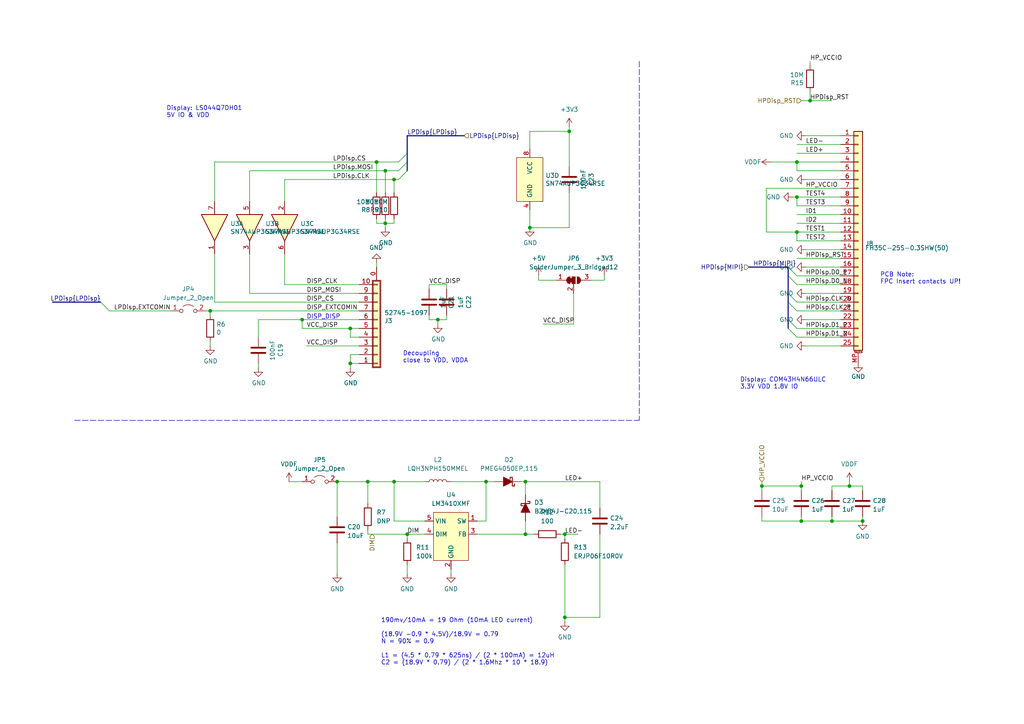
<source format=kicad_sch>
(kicad_sch (version 20211123) (generator eeschema)
  (paper "A4")
  (title_block (title "Display Interface") (date "2022-09-22") (rev "1.0"))
  (lib_symbols
    (symbol "Connector_Generic_MountingPin:Conn_01x25_MountingPin" (pin_names (offset 1.016) hide)
      (property "Reference" "J" (at 0 33.02 0))
      (property "Value" "Conn_01x25_MountingPin" (at 1.27 -33.02 0))
      (symbol "Conn_01x25_MountingPin_1_1"
        (rectangle (start -1.27 -30.353) (end 0 -30.607) (stroke (width 0.1524)))
        (rectangle (start -1.27 -27.813) (end 0 -28.067) (stroke (width 0.1524)))
        (rectangle (start -1.27 -25.273) (end 0 -25.527) (stroke (width 0.1524)))
        (rectangle (start -1.27 -22.733) (end 0 -22.987) (stroke (width 0.1524)))
        (rectangle (start -1.27 -20.193) (end 0 -20.447) (stroke (width 0.1524)))
        (rectangle (start -1.27 -17.653) (end 0 -17.907) (stroke (width 0.1524)))
        (rectangle (start -1.27 -15.113) (end 0 -15.367) (stroke (width 0.1524)))
        (rectangle (start -1.27 -12.573) (end 0 -12.827) (stroke (width 0.1524)))
        (rectangle (start -1.27 -10.033) (end 0 -10.287) (stroke (width 0.1524)))
        (rectangle (start -1.27 -7.493) (end 0 -7.747) (stroke (width 0.1524)))
        (rectangle (start -1.27 -4.953) (end 0 -5.207) (stroke (width 0.1524)))
        (rectangle (start -1.27 -2.413) (end 0 -2.667) (stroke (width 0.1524)))
        (rectangle (start -1.27 0.127) (end 0 -0.127) (stroke (width 0.1524)))
        (rectangle (start -1.27 2.667) (end 0 2.413) (stroke (width 0.1524)))
        (rectangle (start -1.27 5.207) (end 0 4.953) (stroke (width 0.1524)))
        (rectangle (start -1.27 7.747) (end 0 7.493) (stroke (width 0.1524)))
        (rectangle (start -1.27 10.287) (end 0 10.033) (stroke (width 0.1524)))
        (rectangle (start -1.27 12.827) (end 0 12.573) (stroke (width 0.1524)))
        (rectangle (start -1.27 15.367) (end 0 15.113) (stroke (width 0.1524)))
        (rectangle (start -1.27 17.907) (end 0 17.653) (stroke (width 0.1524)))
        (rectangle (start -1.27 20.447) (end 0 20.193) (stroke (width 0.1524)))
        (rectangle (start -1.27 22.987) (end 0 22.733) (stroke (width 0.1524)))
        (rectangle (start -1.27 25.527) (end 0 25.273) (stroke (width 0.1524)))
        (rectangle (start -1.27 28.067) (end 0 27.813) (stroke (width 0.1524)))
        (rectangle (start -1.27 30.607) (end 0 30.353) (stroke (width 0.1524)))
        (rectangle (start -1.27 31.75) (end 1.27 -31.75) (stroke (width 0.254)) (fill (type background)))
        (polyline (pts (xy -1.016 -32.512) (xy 1.016 -32.512)) (stroke (width 0.1524)))
        (text "Mounting" (at 0 -32.131 0) (effects (font (size 0.381 0.381))))
        (pin passive line (at -5.08 30.48 0) (length 3.81) (name "Pin_1") (number "1"))
        (pin passive line (at -5.08 7.62 0) (length 3.81) (name "Pin_10") (number "10"))
        (pin passive line (at -5.08 5.08 0) (length 3.81) (name "Pin_11") (number "11"))
        (pin passive line (at -5.08 2.54 0) (length 3.81) (name "Pin_12") (number "12"))
        (pin passive line (at -5.08 0 0) (length 3.81) (name "Pin_13") (number "13"))
        (pin passive line (at -5.08 -2.54 0) (length 3.81) (name "Pin_14") (number "14"))
        (pin passive line (at -5.08 -5.08 0) (length 3.81) (name "Pin_15") (number "15"))
        (pin passive line (at -5.08 -7.62 0) (length 3.81) (name "Pin_16") (number "16"))
        (pin passive line (at -5.08 -10.16 0) (length 3.81) (name "Pin_17") (number "17"))
        (pin passive line (at -5.08 -12.7 0) (length 3.81) (name "Pin_18") (number "18"))
        (pin passive line (at -5.08 -15.24 0) (length 3.81) (name "Pin_19") (number "19"))
        (pin passive line (at -5.08 27.94 0) (length 3.81) (name "Pin_2") (number "2"))
        (pin passive line (at -5.08 -17.78 0) (length 3.81) (name "Pin_20") (number "20"))
        (pin passive line (at -5.08 -20.32 0) (length 3.81) (name "Pin_21") (number "21"))
        (pin passive line (at -5.08 -22.86 0) (length 3.81) (name "Pin_22") (number "22"))
        (pin passive line (at -5.08 -25.4 0) (length 3.81) (name "Pin_23") (number "23"))
        (pin passive line (at -5.08 -27.94 0) (length 3.81) (name "Pin_24") (number "24"))
        (pin passive line (at -5.08 -30.48 0) (length 3.81) (name "Pin_25") (number "25"))
        (pin passive line (at -5.08 25.4 0) (length 3.81) (name "Pin_3") (number "3"))
        (pin passive line (at -5.08 22.86 0) (length 3.81) (name "Pin_4") (number "4"))
        (pin passive line (at -5.08 20.32 0) (length 3.81) (name "Pin_5") (number "5"))
        (pin passive line (at -5.08 17.78 0) (length 3.81) (name "Pin_6") (number "6"))
        (pin passive line (at -5.08 15.24 0) (length 3.81) (name "Pin_7") (number "7"))
        (pin passive line (at -5.08 12.7 0) (length 3.81) (name "Pin_8") (number "8"))
        (pin passive line (at -5.08 10.16 0) (length 3.81) (name "Pin_9") (number "9"))
        (pin passive line (at 0 -35.56 90) (length 3.048) (name "MountPin") (number "MP"))
      )
    )
    (symbol "Device:C" (pin_numbers hide) (pin_names (offset 0.254))
      (property "Reference" "C" (at 0.635 2.54 0))
      (property "Value" "C" (at 0.635 -2.54 0))
      (symbol "C_0_1"
        (polyline (pts (xy -2.032 -0.762) (xy 2.032 -0.762)) (stroke (width 0.508)))
        (polyline (pts (xy -2.032 0.762) (xy 2.032 0.762)) (stroke (width 0.508)))
      )
      (symbol "C_1_1"
        (pin passive line (at 0 3.81 270) (length 2.794) (name "~") (number "1"))
        (pin passive line (at 0 -3.81 90) (length 2.794) (name "~") (number "2"))
      )
    )
    (symbol "Device:D_Schottky_Filled" (pin_numbers hide) (pin_names (offset 1.016) hide)
      (property "Reference" "D" (at 0 2.54 0))
      (property "Value" "D_Schottky_Filled" (at 0 -2.54 0))
      (symbol "D_Schottky_Filled_0_1"
        (polyline (pts (xy 1.27 0) (xy -1.27 0)))
        (polyline (pts (xy 1.27 1.27) (xy 1.27 -1.27) (xy -1.27 0) (xy 1.27 1.27)) (stroke (width 0.254)) (fill (type outline)))
        (polyline (pts (xy -1.905 0.635) (xy -1.905 1.27) (xy -1.27 1.27) (xy -1.27 -1.27) (xy -0.635 -1.27) (xy -0.635 -0.635)) (stroke (width 0.254)))
      )
      (symbol "D_Schottky_Filled_1_1"
        (pin passive line (at -3.81 0 0) (length 2.54) (name "K") (number "1"))
        (pin passive line (at 3.81 0 180) (length 2.54) (name "A") (number "2"))
      )
    )
    (symbol "Device:L" (pin_numbers hide) (pin_names (offset 1.016) hide)
      (property "Reference" "L" (at -1.27 0 90))
      (property "Value" "L" (at 1.905 0 90))
      (symbol "L_0_1"
        (arc (start 0 -2.54) (mid 0.635 -1.905) (end 0 -1.27))
        (arc (start 0 -1.27) (mid 0.635 -0.635) (end 0 0))
        (arc (start 0 0) (mid 0.635 0.635) (end 0 1.27))
        (arc (start 0 1.27) (mid 0.635 1.905) (end 0 2.54))
      )
      (symbol "L_1_1"
        (pin passive line (at 0 3.81 270) (length 1.27) (name "1") (number "1"))
        (pin passive line (at 0 -3.81 90) (length 1.27) (name "2") (number "2"))
      )
    )
    (symbol "Device:R" (pin_numbers hide) (pin_names (offset 0))
      (property "Reference" "R" (at 2.032 0 90))
      (property "Value" "R" (at 0 0 90))
      (symbol "R_0_1"
        (rectangle (start -1.016 -2.54) (end 1.016 2.54) (stroke (width 0.254)))
      )
      (symbol "R_1_1"
        (pin passive line (at 0 3.81 270) (length 1.27) (name "~") (number "1"))
        (pin passive line (at 0 -3.81 90) (length 1.27) (name "~") (number "2"))
      )
    )
    (symbol "Jumper:Jumper_2_Open" (pin_names (offset 0) hide)
      (property "Reference" "JP" (at 0 2.794 0))
      (property "Value" "Jumper_2_Open" (at 0 -2.286 0))
      (symbol "Jumper_2_Open_0_0"
        (circle (center -2.032 0) (radius 0.508))
        (circle (center 2.032 0) (radius 0.508))
      )
      (symbol "Jumper_2_Open_0_1"
        (arc (start 1.524 1.27) (mid 0 1.778) (end -1.524 1.27))
      )
      (symbol "Jumper_2_Open_1_1"
        (pin passive line (at -5.08 0 0) (length 2.54) (name "A") (number "1"))
        (pin passive line (at 5.08 0 180) (length 2.54) (name "B") (number "2"))
      )
    )
    (symbol "Jumper:SolderJumper_3_Bridged12" (pin_names (offset 0) hide)
      (property "Reference" "JP" (at -2.54 -2.54 0))
      (property "Value" "SolderJumper_3_Bridged12" (at 0 2.794 0))
      (symbol "SolderJumper_3_Bridged12_0_1"
        (rectangle (start -1.016 0.508) (end -0.508 -0.508) (fill (type outline)))
        (arc (start -1.016 1.016) (mid -2.032 0) (end -1.016 -1.016))
        (arc (start -1.016 1.016) (mid -2.032 0) (end -1.016 -1.016) (fill (type outline)))
        (rectangle (start -0.508 1.016) (end 0.508 -1.016) (fill (type outline)))
        (polyline (pts (xy -2.54 0) (xy -2.032 0)))
        (polyline (pts (xy -1.016 1.016) (xy -1.016 -1.016)))
        (polyline (pts (xy 0 -1.27) (xy 0 -1.016)))
        (polyline (pts (xy 1.016 1.016) (xy 1.016 -1.016)))
        (polyline (pts (xy 2.54 0) (xy 2.032 0)))
        (arc (start 1.016 -1.016) (mid 2.032 0) (end 1.016 1.016))
        (arc (start 1.016 -1.016) (mid 2.032 0) (end 1.016 1.016) (fill (type outline)))
      )
      (symbol "SolderJumper_3_Bridged12_1_1"
        (pin passive line (at -5.08 0 0) (length 2.54) (name "A") (number "1"))
        (pin passive line (at 0 -3.81 90) (length 2.54) (name "C") (number "2"))
        (pin passive line (at 5.08 0 180) (length 2.54) (name "B") (number "3"))
      )
    )
    (symbol "jaspers_lib:52745-1097" (pin_names (offset 1.016) hide)
      (property "Reference" "J" (at 0.254 12.446 0))
      (property "Value" "52745-1097" (at 1.016 -14.986 0))
      (symbol "52745-1097_1_1"
        (rectangle (start -1.27 11.43) (end 1.27 -13.97) (stroke (width 0.1524)))
        (rectangle (start -1.016 -12.573) (end 0.254 -12.827) (stroke (width 0.1524)))
        (rectangle (start -1.016 -10.033) (end 0.254 -10.287) (stroke (width 0.1524)))
        (rectangle (start -1.016 -7.493) (end 0.254 -7.747) (stroke (width 0.1524)))
        (rectangle (start -1.016 -4.953) (end 0.254 -5.207) (stroke (width 0.1524)))
        (rectangle (start -1.016 -2.413) (end 0.254 -2.667) (stroke (width 0.1524)))
        (rectangle (start -1.016 0.127) (end 0.254 -0.127) (stroke (width 0.1524)))
        (rectangle (start -1.016 2.667) (end 0.254 2.413) (stroke (width 0.1524)))
        (rectangle (start -1.016 5.207) (end 0.254 4.953) (stroke (width 0.1524)))
        (rectangle (start -1.016 7.747) (end 0.254 7.493) (stroke (width 0.1524)))
        (rectangle (start -1.016 10.287) (end 0.254 10.033) (stroke (width 0.1524)))
        (rectangle (start -1.016 11.176) (end 1.016 -13.716) (stroke (width 0.254)) (fill (type background)))
        (pin passive line (at 0 -17.78 90) (length 3.81) (name "Shield") (number "0"))
        (pin passive line (at -5.08 10.16 0) (length 4.064) (name "Pin_1") (number "1"))
        (pin passive line (at -5.08 -12.7 0) (length 4.064) (name "Pin_10") (number "10"))
        (pin passive line (at -5.08 7.62 0) (length 4.064) (name "Pin_2") (number "2"))
        (pin passive line (at -5.08 5.08 0) (length 4.064) (name "Pin_3") (number "3"))
        (pin passive line (at -5.08 2.54 0) (length 4.064) (name "Pin_4") (number "4"))
        (pin passive line (at -5.08 0 0) (length 4.064) (name "Pin_5") (number "5"))
        (pin passive line (at -5.08 -2.54 0) (length 4.064) (name "Pin_6") (number "6"))
        (pin passive line (at -5.08 -5.08 0) (length 4.064) (name "Pin_7") (number "7"))
        (pin passive line (at -5.08 -7.62 0) (length 4.064) (name "Pin_8") (number "8"))
        (pin passive line (at -5.08 -10.16 0) (length 4.064) (name "Pin_9") (number "9"))
      )
    )
    (symbol "jaspers_lib:LM3410XMF"
      (property "Reference" "U" (at -5.08 12.7 0))
      (property "Value" "LM3410XMF" (at 0 10.16 0))
      (symbol "LM3410XMF_0_1"
        (rectangle (start -5.08 8.89) (end 5.08 -5.08) (fill (type background)))
      )
      (symbol "LM3410XMF_1_1"
        (pin passive line (at 7.62 6.35 180) (length 2.54) (name "SW") (number "1"))
        (pin power_in line (at 0 -7.62 90) (length 2.54) (name "GND") (number "2"))
        (pin passive line (at 7.62 2.54 180) (length 2.54) (name "FB") (number "3"))
        (pin input line (at -7.62 2.54 0) (length 2.54) (name "DIM") (number "4"))
        (pin power_in line (at -7.62 6.35 0) (length 2.54) (name "VIN") (number "5"))
      )
    )
    (symbol "jaspers_lib:SN74AUP3G34RSE" (pin_names (offset 1.016))
      (property "Reference" "U" (at -6.35 7.62 0))
      (property "Value" "SN74AUP3G34RSE" (at 11.43 -7.62 0))
      (symbol "SN74AUP3G34RSE_1_0"
        (polyline (pts (xy -3.81 3.81) (xy -3.81 -3.81) (xy 3.81 0) (xy -3.81 3.81)) (stroke (width 0.254)) (fill (type background)))
        (pin output line (at 7.62 0 180) (length 3.81) (name "~") (number "1"))
        (pin input line (at -7.62 0 0) (length 3.81) (name "~") (number "7"))
      )
      (symbol "SN74AUP3G34RSE_2_0"
        (polyline (pts (xy -3.81 3.81) (xy -3.81 -3.81) (xy 3.81 0) (xy -3.81 3.81)) (stroke (width 0.254)) (fill (type background)))
        (pin output line (at 7.62 0 180) (length 3.81) (name "~") (number "3"))
        (pin input line (at -7.62 0 0) (length 3.81) (name "~") (number "5"))
      )
      (symbol "SN74AUP3G34RSE_3_1"
        (polyline (pts (xy -3.81 3.81) (xy -3.81 -3.81) (xy 3.81 0) (xy -3.81 3.81)) (stroke (width 0.254)) (fill (type background)))
        (pin input line (at -7.62 0 0) (length 3.81) (name "~") (number "2"))
        (pin output line (at 7.62 0 180) (length 3.81) (name "~") (number "6"))
      )
      (symbol "SN74AUP3G34RSE_4_1"
        (rectangle (start -3.81 6.35) (end 3.81 -6.35) (fill (type background)))
        (pin power_in line (at 0 -8.89 90) (length 2.54) (name "GND") (number "4"))
        (pin power_in line (at 0 8.89 270) (length 2.54) (name "VCC") (number "8"))
      )
    )
    (symbol "power:+3V3" (power) (pin_names (offset 0))
      (property "Value" "+3V3" (at 0 3.556 0))
      (symbol "+3V3_0_1"
        (polyline (pts (xy -0.762 1.27) (xy 0 2.54)))
        (polyline (pts (xy 0 0) (xy 0 2.54)))
        (polyline (pts (xy 0 2.54) (xy 0.762 1.27)))
      )
      (symbol "+3V3_1_1"
        (pin power_in line (at 0 0 90) (length 0) hide (name "+3V3") (number "1"))
      )
    )
    (symbol "power:+5V" (power) (pin_names (offset 0))
      (property "Value" "+5V" (at 0 3.556 0))
      (symbol "+5V_0_1"
        (polyline (pts (xy -0.762 1.27) (xy 0 2.54)))
        (polyline (pts (xy 0 0) (xy 0 2.54)))
        (polyline (pts (xy 0 2.54) (xy 0.762 1.27)))
      )
      (symbol "+5V_1_1"
        (pin power_in line (at 0 0 90) (length 0) hide (name "+5V") (number "1"))
      )
    )
    (symbol "power:GND" (power) (pin_names (offset 0))
      (property "Value" "GND" (at 0 -3.81 0))
      (symbol "GND_0_1"
        (polyline (pts (xy 0 0) (xy 0 -1.27) (xy 1.27 -1.27) (xy 0 -2.54) (xy -1.27 -1.27) (xy 0 -1.27)))
      )
      (symbol "GND_1_1"
        (pin power_in line (at 0 0 270) (length 0) hide (name "GND") (number "1"))
      )
    )
    (symbol "power:VDDF" (power) (pin_names (offset 0))
      (property "Value" "VDDF" (at 0 3.81 0))
      (symbol "VDDF_0_1"
        (polyline (pts (xy -0.762 1.27) (xy 0 2.54)))
        (polyline (pts (xy 0 0) (xy 0 2.54)))
        (polyline (pts (xy 0 2.54) (xy 0.762 1.27)))
      )
      (symbol "VDDF_1_1"
        (pin power_in line (at 0 0 90) (length 0) hide (name "VDDF") (number "1"))
      )
    )
  )
  (bus_alias "LPDisp" (members "CLK" "CS" "MOSI" "EXTCOMIN"))
  (bus_alias "MIPI" (members "D1_P" "D1_N" "D0_P" "D0_N" "CLK_P" "CLK_N"))
  (junction (at 118.11 154.94))
  (junction (at 163.83 179.07))
  (junction (at 152.4 154.94))
  (junction (at 231.14 67.31))
  (junction (at 231.14 57.15))
  (junction (at 127 92.71))
  (junction (at 140.97 139.7))
  (junction (at 232.41 151.13))
  (junction (at 101.6 95.25))
  (junction (at 231.14 46.99))
  (junction (at 87.63 92.71))
  (junction (at 165.1 38.1))
  (junction (at 232.41 140.97))
  (junction (at 246.38 140.97))
  (junction (at 250.19 151.13))
  (junction (at 111.76 64.77))
  (junction (at 153.67 66.04))
  (junction (at 106.68 139.7))
  (junction (at 101.6 105.41))
  (junction (at 97.79 139.7))
  (junction (at 241.3 151.13))
  (junction (at 60.96 90.17))
  (junction (at 163.83 154.94))
  (junction (at 152.4 139.7))
  (junction (at 114.3 52.07))
  (junction (at 109.22 46.99))
  (junction (at 111.76 49.53))
  (junction (at 234.95 29.21))
  (junction (at 220.98 140.97))
  (junction (at 114.3 139.7))
  (bus_entry (at 115.57 49.53) (size 2.54 -2.54))
  (bus_entry (at 115.57 52.07) (size 2.54 -2.54))
  (bus_entry (at 115.57 46.99) (size 2.54 -2.54))
  (bus_entry (at 228.6 87.63) (size 2.54 2.54))
  (bus_entry (at 228.6 85.09) (size 2.54 2.54))
  (bus_entry (at 228.6 95.25) (size 2.54 2.54))
  (bus_entry (at 228.6 92.71) (size 2.54 2.54))
  (bus_entry (at 228.6 80.01) (size 2.54 2.54))
  (bus_entry (at 228.6 77.47) (size 2.54 2.54))
  (bus_entry (at 29.21 87.63) (size 2.54 2.54))
  (wire (pts (xy 101.6 97.79) (xy 101.6 95.25)))
  (wire (pts (xy 165.1 66.04) (xy 153.67 66.04)))
  (wire (pts (xy 231.14 74.93) (xy 243.84 74.93)))
  (wire (pts (xy 140.97 151.13) (xy 138.43 151.13)))
  (wire (pts (xy 231.14 49.53) (xy 243.84 49.53)))
  (wire (pts (xy 173.99 139.7) (xy 152.4 139.7)))
  (wire (pts (xy 231.14 69.85) (xy 243.84 69.85)))
  (wire (pts (xy 60.96 91.44) (xy 60.96 90.17)))
  (wire (pts (xy 234.95 26.67) (xy 234.95 29.21)))
  (wire (pts (xy 232.41 149.86) (xy 232.41 151.13)))
  (wire (pts (xy 62.23 87.63) (xy 104.14 87.63)))
  (wire (pts (xy 234.95 29.21) (xy 241.3 29.21)))
  (wire (pts (xy 233.68 52.07) (xy 243.84 52.07)))
  (wire (pts (xy 60.96 100.33) (xy 60.96 99.06)))
  (wire (pts (xy 231.14 57.15) (xy 243.84 57.15)))
  (wire (pts (xy 109.22 76.2) (xy 109.22 77.47)))
  (wire (pts (xy 97.79 139.7) (xy 106.68 139.7)))
  (wire (pts (xy 231.14 80.01) (xy 243.84 80.01)))
  (wire (pts (xy 153.67 60.96) (xy 153.67 66.04)))
  (wire (pts (xy 250.19 140.97) (xy 250.19 142.24)))
  (wire (pts (xy 124.46 83.82) (xy 124.46 82.55)))
  (wire (pts (xy 232.41 140.97) (xy 220.98 140.97)))
  (wire (pts (xy 222.25 67.31) (xy 222.25 54.61)))
  (wire (pts (xy 129.54 92.71) (xy 127 92.71)))
  (wire (pts (xy 152.4 143.51) (xy 152.4 139.7)))
  (wire (pts (xy 82.55 52.07) (xy 114.3 52.07)))
  (wire (pts (xy 62.23 46.99) (xy 109.22 46.99)))
  (wire (pts (xy 220.98 149.86) (xy 220.98 151.13)))
  (wire (pts (xy 173.99 154.94) (xy 173.99 179.07)))
  (wire (pts (xy 31.75 90.17) (xy 49.53 90.17)))
  (wire (pts (xy 222.25 54.61) (xy 243.84 54.61)))
  (wire (pts (xy 109.22 63.5) (xy 109.22 64.77)))
  (wire (pts (xy 97.79 157.48) (xy 97.79 166.37)))
  (wire (pts (xy 165.1 38.1) (xy 165.1 48.26)))
  (wire (pts (xy 246.38 139.7) (xy 246.38 140.97)))
  (wire (pts (xy 106.68 139.7) (xy 106.68 146.05)))
  (wire (pts (xy 82.55 73.66) (xy 82.55 82.55)))
  (wire (pts (xy 233.68 72.39) (xy 243.84 72.39)))
  (wire (pts (xy 124.46 92.71) (xy 124.46 91.44)))
  (bus (pts (xy 228.6 95.25) (xy 228.6 92.71)))
  (wire (pts (xy 129.54 91.44) (xy 129.54 92.71)))
  (wire (pts (xy 232.41 29.21) (xy 234.95 29.21)))
  (wire (pts (xy 87.63 95.25) (xy 87.63 92.71)))
  (wire (pts (xy 163.83 163.83) (xy 163.83 179.07)))
  (wire (pts (xy 114.3 52.07) (xy 115.57 52.07)))
  (wire (pts (xy 246.38 140.97) (xy 250.19 140.97)))
  (wire (pts (xy 118.11 163.83) (xy 118.11 166.37)))
  (bus (pts (xy 228.6 87.63) (xy 228.6 85.09)))
  (wire (pts (xy 241.3 140.97) (xy 246.38 140.97)))
  (wire (pts (xy 231.14 57.15) (xy 231.14 59.69)))
  (wire (pts (xy 118.11 154.94) (xy 106.68 154.94)))
  (wire (pts (xy 82.55 82.55) (xy 104.14 82.55)))
  (wire (pts (xy 231.14 46.99) (xy 243.84 46.99)))
  (wire (pts (xy 123.19 151.13) (xy 114.3 151.13)))
  (bus (pts (xy 118.11 44.45) (xy 118.11 39.37)))
  (wire (pts (xy 118.11 156.21) (xy 118.11 154.94)))
  (wire (pts (xy 231.14 90.17) (xy 243.84 90.17)))
  (wire (pts (xy 62.23 73.66) (xy 62.23 87.63)))
  (wire (pts (xy 101.6 105.41) (xy 104.14 105.41)))
  (wire (pts (xy 231.14 67.31) (xy 231.14 69.85)))
  (wire (pts (xy 241.3 151.13) (xy 250.19 151.13)))
  (wire (pts (xy 163.83 154.94) (xy 163.83 156.21)))
  (wire (pts (xy 106.68 154.94) (xy 106.68 153.67)))
  (bus (pts (xy 118.11 39.37) (xy 134.62 39.37)))
  (wire (pts (xy 129.54 82.55) (xy 129.54 83.82)))
  (wire (pts (xy 232.41 140.97) (xy 232.41 142.24)))
  (wire (pts (xy 173.99 179.07) (xy 163.83 179.07)))
  (wire (pts (xy 111.76 66.04) (xy 111.76 64.77)))
  (wire (pts (xy 250.19 151.13) (xy 250.19 149.86)))
  (wire (pts (xy 231.14 67.31) (xy 222.25 67.31)))
  (wire (pts (xy 114.3 151.13) (xy 114.3 139.7)))
  (wire (pts (xy 152.4 139.7) (xy 151.13 139.7)))
  (wire (pts (xy 106.68 139.7) (xy 114.3 139.7)))
  (wire (pts (xy 87.63 92.71) (xy 104.14 92.71)))
  (bus (pts (xy 228.6 85.09) (xy 228.6 80.01)))
  (wire (pts (xy 72.39 49.53) (xy 111.76 49.53)))
  (wire (pts (xy 166.37 93.98) (xy 157.48 93.98)))
  (wire (pts (xy 60.96 90.17) (xy 104.14 90.17)))
  (bus (pts (xy 118.11 46.99) (xy 118.11 44.45)))
  (wire (pts (xy 72.39 49.53) (xy 72.39 58.42)))
  (wire (pts (xy 233.68 85.09) (xy 243.84 85.09)))
  (wire (pts (xy 114.3 55.88) (xy 114.3 52.07)))
  (wire (pts (xy 82.55 52.07) (xy 82.55 58.42)))
  (bus (pts (xy 228.6 92.71) (xy 228.6 87.63)))
  (wire (pts (xy 231.14 62.23) (xy 243.84 62.23)))
  (wire (pts (xy 165.1 55.88) (xy 165.1 66.04)))
  (wire (pts (xy 220.98 140.97) (xy 220.98 142.24)))
  (wire (pts (xy 173.99 147.32) (xy 173.99 139.7)))
  (wire (pts (xy 231.14 95.25) (xy 243.84 95.25)))
  (wire (pts (xy 163.83 154.94) (xy 167.64 154.94)))
  (wire (pts (xy 231.14 41.91) (xy 243.84 41.91)))
  (wire (pts (xy 220.98 151.13) (xy 232.41 151.13)))
  (wire (pts (xy 101.6 106.68) (xy 101.6 105.41)))
  (wire (pts (xy 165.1 36.83) (xy 165.1 38.1)))
  (wire (pts (xy 114.3 64.77) (xy 114.3 63.5)))
  (wire (pts (xy 232.41 139.7) (xy 232.41 140.97)))
  (wire (pts (xy 130.81 139.7) (xy 140.97 139.7)))
  (wire (pts (xy 171.45 81.28) (xy 175.26 81.28)))
  (wire (pts (xy 241.3 142.24) (xy 241.3 140.97)))
  (wire (pts (xy 83.82 139.7) (xy 87.63 139.7)))
  (wire (pts (xy 163.83 179.07) (xy 163.83 180.34)))
  (wire (pts (xy 72.39 85.09) (xy 104.14 85.09)))
  (wire (pts (xy 233.68 100.33) (xy 243.84 100.33)))
  (wire (pts (xy 232.41 151.13) (xy 241.3 151.13)))
  (wire (pts (xy 104.14 100.33) (xy 88.9 100.33)))
  (wire (pts (xy 231.14 44.45) (xy 243.84 44.45)))
  (wire (pts (xy 118.11 154.94) (xy 123.19 154.94)))
  (wire (pts (xy 74.93 105.41) (xy 74.93 106.68)))
  (wire (pts (xy 156.21 80.01) (xy 156.21 81.28)))
  (wire (pts (xy 109.22 46.99) (xy 115.57 46.99)))
  (wire (pts (xy 111.76 64.77) (xy 114.3 64.77)))
  (wire (pts (xy 97.79 139.7) (xy 97.79 149.86)))
  (wire (pts (xy 130.81 165.1) (xy 130.81 166.37)))
  (wire (pts (xy 74.93 92.71) (xy 87.63 92.71)))
  (wire (pts (xy 124.46 82.55) (xy 129.54 82.55)))
  (wire (pts (xy 231.14 64.77) (xy 243.84 64.77)))
  (wire (pts (xy 162.56 154.94) (xy 163.83 154.94)))
  (wire (pts (xy 74.93 92.71) (xy 74.93 97.79)))
  (wire (pts (xy 175.26 80.01) (xy 175.26 81.28)))
  (wire (pts (xy 241.3 149.86) (xy 241.3 151.13)))
  (wire (pts (xy 233.68 39.37) (xy 243.84 39.37)))
  (wire (pts (xy 220.98 139.7) (xy 220.98 140.97)))
  (wire (pts (xy 87.63 95.25) (xy 101.6 95.25)))
  (wire (pts (xy 223.52 46.99) (xy 231.14 46.99)))
  (wire (pts (xy 140.97 139.7) (xy 143.51 139.7)))
  (wire (pts (xy 114.3 139.7) (xy 123.19 139.7)))
  (wire (pts (xy 111.76 49.53) (xy 115.57 49.53)))
  (wire (pts (xy 231.14 97.79) (xy 243.84 97.79)))
  (wire (pts (xy 166.37 85.09) (xy 166.37 93.98)))
  (wire (pts (xy 233.68 92.71) (xy 243.84 92.71)))
  (bus (pts (xy 217.17 77.47) (xy 228.6 77.47)))
  (wire (pts (xy 111.76 63.5) (xy 111.76 64.77)))
  (wire (pts (xy 231.14 82.55) (xy 243.84 82.55)))
  (wire (pts (xy 140.97 139.7) (xy 140.97 151.13)))
  (bus (pts (xy 228.6 80.01) (xy 228.6 77.47)))
  (wire (pts (xy 127 93.98) (xy 127 92.71)))
  (wire (pts (xy 104.14 97.79) (xy 101.6 97.79)))
  (wire (pts (xy 154.94 154.94) (xy 152.4 154.94)))
  (wire (pts (xy 59.69 90.17) (xy 60.96 90.17)))
  (wire (pts (xy 111.76 55.88) (xy 111.76 49.53)))
  (wire (pts (xy 156.21 81.28) (xy 161.29 81.28)))
  (wire (pts (xy 104.14 102.87) (xy 101.6 102.87)))
  (wire (pts (xy 109.22 55.88) (xy 109.22 46.99)))
  (wire (pts (xy 138.43 154.94) (xy 152.4 154.94)))
  (wire (pts (xy 153.67 38.1) (xy 165.1 38.1)))
  (bus (pts (xy 118.11 49.53) (xy 118.11 46.99)))
  (wire (pts (xy 101.6 102.87) (xy 101.6 105.41)))
  (polyline (pts (xy 21.59 121.92) (xy 185.42 121.92)))
  (wire (pts (xy 231.14 46.99) (xy 231.14 49.53)))
  (wire (pts (xy 153.67 43.18) (xy 153.67 38.1)))
  (wire (pts (xy 127 92.71) (xy 124.46 92.71)))
  (wire (pts (xy 234.95 17.78) (xy 234.95 19.05)))
  (wire (pts (xy 231.14 67.31) (xy 243.84 67.31)))
  (polyline (pts (xy 185.42 17.78) (xy 185.42 121.92)))
  (wire (pts (xy 109.22 64.77) (xy 111.76 64.77)))
  (wire (pts (xy 72.39 85.09) (xy 72.39 73.66)))
  (wire (pts (xy 62.23 46.99) (xy 62.23 58.42)))
  (wire (pts (xy 233.68 77.47) (xy 243.84 77.47)))
  (bus (pts (xy 29.21 87.63) (xy 15.24 87.63)))
  (wire (pts (xy 231.14 59.69) (xy 243.84 59.69)))
  (wire (pts (xy 231.14 87.63) (xy 243.84 87.63)))
  (wire (pts (xy 152.4 154.94) (xy 152.4 151.13)))
  (wire (pts (xy 231.14 57.15) (xy 229.87 57.15)))
  (wire (pts (xy 101.6 95.25) (xy 104.14 95.25)))
  (text "190mv/10mA = 19 Ohm (10mA LED current)\n\n(18.9V -0.9 * 4.5V)/18.9V = 0.79\nN = 90% = 0.9\n\nL1 = (4.5 * 0.79 * 625ns) / (2 * 100mA) = 12uH\nC2 = (18.9V * 0.79) / (2 * 1.6Mhz * 10 * 18.9)" (at 110.49 193.04 0) (effects (font (size 1.27 1.27)) (justify left bottom)))
  (text "Display: COM43H4N66ULC\n3.3V VDD 1.8V IO" (at 214.63 113.03 0) (effects (font (size 1.27 1.27)) (justify left bottom)))
  (text "Decoupling \nclose to VDD, VDDA" (at 116.84 105.41 0) (effects (font (size 1.27 1.27)) (justify left bottom)))
  (text "DISP_DISP" (at 88.9 92.71 0) (effects (font (size 1.27 1.27)) (justify left bottom)))
  (text "PCB Note:\nFPC Insert contacts UP!" (at 255.27 82.55 0) (effects (font (size 1.27 1.27)) (justify left bottom)))
  (text "Display: LS044Q7DH01\n5V IO & VDD" (at 48.26 34.29 0) (effects (font (size 1.27 1.27)) (justify left bottom)))
  (label "HPDisp{MIPI}" (at 218.44 77.47 0))
  (label "ID2" (at 233.68 64.77 0))
  (label "LPDisp.MOSI" (at 96.52 49.53 0))
  (label "LPDisp.CS" (at 96.52 46.99 0))
  (label "DISP_CLK" (at 88.9 82.55 0))
  (label "DIM" (at 118.11 154.94 0))
  (label "HPDisp.D0_N" (at 233.68 82.55 0))
  (label "HPDisp.D1_N" (at 233.68 97.79 0))
  (label "HPDisp_RST" (at 233.68 74.93 0))
  (label "HPDisp_RST" (at 234.95 29.21 0))
  (label "LPDisp.CLK" (at 96.52 52.07 0))
  (label "VCC_DISP" (at 124.46 82.55 0))
  (label "TEST4" (at 233.68 57.15 0))
  (label "DISP_CS" (at 88.9 87.63 0))
  (label "ID1" (at 233.68 62.23 0))
  (label "LED-" (at 233.68 41.91 0))
  (label "TEST1" (at 233.68 67.31 0))
  (label "DISP_EXTCOMIN" (at 88.9 90.17 0))
  (label "TEST2" (at 233.68 69.85 0))
  (label "HP_VCCIO" (at 233.68 54.61 0))
  (label "HPDisp.CLK_N" (at 233.68 87.63 0))
  (label "LPDisp.EXTCOMIN" (at 33.02 90.17 0))
  (label "HP_VCCIO" (at 232.41 139.7 0))
  (label "DISP_MOSI" (at 88.9 85.09 0))
  (label "LPDisp{LPDisp}" (at 29.21 87.63 180))
  (label "LED+" (at 233.68 44.45 0))
  (label "HPDisp.D1_P" (at 233.68 95.25 0))
  (label "TEST3" (at 233.68 59.69 0))
  (label "HPDisp.CLK_P" (at 233.68 90.17 0))
  (label "VCC_DISP" (at 88.9 95.25 0))
  (label "LED-" (at 163.83 154.94 0))
  (label "VCC_DISP" (at 157.48 93.98 0))
  (label "VCC_DISP" (at 88.9 100.33 0))
  (label "HP_VCCIO" (at 234.95 17.78 0))
  (label "HPDisp.D0_P" (at 233.68 80.01 0))
  (label "LPDisp{LPDisp}" (at 118.11 39.37 0))
  (label "LED+" (at 163.83 139.7 0))
  (hierarchical_label "LPDisp{LPDisp}" (shape input) (at 134.62 39.37 0))
  (hierarchical_label "HP_VCCIO" (shape input) (at 220.98 139.7 90))
  (hierarchical_label "DIM" (shape input) (at 107.95 154.94 270))
  (hierarchical_label "HPDisp{MIPI}" (shape input) (at 217.17 77.47 180))
  (hierarchical_label "HPDisp_RST" (shape input) (at 232.41 29.21 180))
  (symbol (lib_id "power:GND") (at 233.68 52.07 270) (unit 1)
    (property "Reference" "#PWR036" (effects hide))
    (property "Value" "GND" (at 226.06 52.07 90) (effects (justify left)))
  )
  (symbol (lib_id "Device:C") (at 232.41 146.05 0) (mirror y) (unit 1)
    (property "Reference" "C26" (at 235.331 145.2153 0) (effects (justify right)))
    (property "Value" "1uF" (at 235.331 147.7522 0) (effects (justify right)))
    (property "Footprint" "Capacitor_SMD:C_0402_1005Metric" (effects hide))
    (property "MPN" "CL05A105KP5NNNC" (effects hide))
  )
  (symbol (lib_id "Device:C") (at 220.98 146.05 0) (mirror y) (unit 1)
    (property "Reference" "C25" (at 223.901 145.2153 0) (effects (justify right)))
    (property "Value" "10uF" (at 223.901 147.7522 0) (effects (justify right)))
    (property "Footprint" "Capacitor_SMD:C_0402_1005Metric" (effects hide))
    (property "MPN" "CL05A106MP8NUB8" (effects hide))
  )
  (symbol (lib_id "power:VDDF") (at 223.52 46.99 90) (unit 1)
    (property "Reference" "#PWR052" (effects hide))
    (property "Value" "VDDF" (at 215.9 46.99 90) (effects (justify right)))
  )
  (symbol (lib_id "power:GND") (at 97.79 166.37 0) (unit 1)
    (property "Reference" "#PWR023" (effects hide))
    (property "Value" "GND" (at 97.79 170.8134 0))
  )
  (symbol (lib_id "Device:R") (at 60.96 95.25 0) (unit 1)
    (property "Reference" "R6" (at 62.738 94.0816 0) (effects (justify left)))
    (property "Value" "0" (at 62.738 96.393 0) (effects (justify left)))
    (property "Footprint" "Resistor_SMD:R_0402_1005Metric" (effects hide))
    (property "MPN" "ERJ-2GE0R00X" (effects hide))
  )
  (symbol (lib_id "power:GND") (at 233.68 77.47 270) (unit 1)
    (property "Reference" "#PWR038" (effects hide))
    (property "Value" "GND" (at 226.06 77.47 90) (effects (justify left)))
  )
  (symbol (lib_id "Device:R") (at 111.76 59.69 180) (unit 1)
    (property "Reference" "R9" (at 109.982 60.8584 0) (effects (justify left)))
    (property "Value" "10M" (at 109.982 58.547 0) (effects (justify left)))
    (property "Footprint" "Resistor_SMD:R_0402_1005Metric" (effects hide))
    (property "MPN" "RC0402FR-0710ML" (effects hide))
  )
  (symbol (lib_id "power:GND") (at 229.87 57.15 270) (unit 1)
    (property "Reference" "#PWR034" (effects hide))
    (property "Value" "GND" (at 222.25 57.15 90) (effects (justify left)))
  )
  (symbol (lib_id "power:GND") (at 233.68 85.09 270) (unit 1)
    (property "Reference" "#PWR039" (effects hide))
    (property "Value" "GND" (at 226.06 85.09 90) (effects (justify left)))
  )
  (symbol (lib_id "power:GND") (at 233.68 72.39 270) (unit 1)
    (property "Reference" "#PWR037" (effects hide))
    (property "Value" "GND" (at 226.06 72.39 90) (effects (justify left)))
  )
  (symbol (lib_id "jaspers_lib:SN74AUP3G34RSE") (at 72.39 66.04 270) (unit 2)
    (property "Reference" "U3" (at 76.962 64.8716 90) (effects (justify left)))
    (property "Value" "SN74AUP3G34RSE" (at 76.962 67.183 90) (effects (justify left)))
    (property "Footprint" "jaspers_footprints:Texas_RSE_8_UQFN" (effects hide))
    (property "Datasheet" "https://www.ti.com/lit/ds/symlink/sn74aup3g34.pdf" (effects hide))
    (property "MPN" "SN74AUP3G34RSE" (effects hide))
  )
  (symbol (lib_id "power:GND") (at 233.68 92.71 270) (unit 1)
    (property "Reference" "#PWR040" (effects hide))
    (property "Value" "GND" (at 226.06 92.71 90) (effects (justify left)))
  )
  (symbol (lib_id "power:GND") (at 74.93 106.68 0) (unit 1)
    (property "Reference" "#PWR021" (effects hide))
    (property "Value" "GND" (at 75.057 111.0742 0))
  )
  (symbol (lib_id "power:GND") (at 111.76 66.04 0) (unit 1)
    (property "Reference" "#PWR026" (effects hide))
    (property "Value" "GND" (at 111.887 70.4342 0))
  )
  (symbol (lib_id "Device:R") (at 118.11 160.02 0) (unit 1)
    (property "Reference" "R11" (at 120.65 158.7499 0) (effects (justify left)))
    (property "Value" "100k" (at 120.65 161.2899 0) (effects (justify left)))
    (property "Footprint" "Resistor_SMD:R_0603_1608Metric" (effects hide))
    (property "MPN" "ERJ-3EKF1003V" (effects hide))
  )
  (symbol (lib_id "Device:C") (at 241.3 146.05 0) (mirror y) (unit 1)
    (property "Reference" "C27" (at 244.221 145.2153 0) (effects (justify right)))
    (property "Value" "1uF" (at 244.221 147.7522 0) (effects (justify right)))
    (property "Footprint" "Capacitor_SMD:C_0402_1005Metric" (effects hide))
    (property "MPN" "CL05A105KP5NNNC" (effects hide))
  )
  (symbol (lib_id "power:GND") (at 127 93.98 0) (unit 1)
    (property "Reference" "#PWR028" (effects hide))
    (property "Value" "GND" (at 127.127 98.3742 0))
  )
  (symbol (lib_id "Connector_Generic_MountingPin:Conn_01x25_MountingPin") (at 248.92 69.85 0) (unit 1)
    (property "Reference" "J8" (at 250.952 70.6394 0) (effects (justify left)))
    (property "Value" "FH35C-25S-0.3SHW(50)" (at 250.952 71.9078 0) (effects (justify left)))
    (property "Footprint" "jaspers_footprints:FH35C-25S-0.3SHW_2Rows-27Pins-1MP_P0.60mm_Horizontal" (effects hide))
    (property "MPN" "FH35C-25S-0.3SHW(50)" (effects hide))
  )
  (symbol (lib_id "power:GND") (at 153.67 66.04 0) (unit 1)
    (property "Reference" "#PWR030" (effects hide))
    (property "Value" "GND" (at 153.797 70.4342 0))
  )
  (symbol (lib_id "power:+5V") (at 156.21 80.01 0) (unit 1)
    (property "Reference" "#PWR059" (effects hide))
    (property "Value" "+5V" (at 156.21 74.93 0))
  )
  (symbol (lib_id "Device:C") (at 74.93 101.6 0) (unit 1)
    (property "Reference" "C19" (at 81.3308 101.6 90))
    (property "Value" "100nF" (at 79.0194 101.6 90))
    (property "Footprint" "Capacitor_SMD:C_0402_1005Metric" (effects hide))
    (property "MPN" "GRM155R71C104KA88J" (effects hide))
  )
  (symbol (lib_id "power:VDDF") (at 246.38 139.7 0) (unit 1)
    (property "Reference" "#PWR053" (effects hide))
    (property "Value" "VDDF" (at 246.38 134.62 0))
  )
  (symbol (lib_id "Jumper:Jumper_2_Open") (at 92.71 139.7 0) (unit 1) (in_bom no)
    (property "Reference" "JP5" (at 92.71 133.35 0))
    (property "Value" "Jumper_2_Open" (at 92.71 135.89 0))
    (property "Footprint" "jaspers_footprints:SolderJumper-small-no-150um" (effects hide))
  )
  (symbol (lib_id "jaspers_lib:SN74AUP3G34RSE") (at 153.67 52.07 0) (unit 4)
    (property "Reference" "U3" (at 158.1912 50.9016 0) (effects (justify left)))
    (property "Value" "SN74AUP3G34RSE" (at 158.1912 53.213 0) (effects (justify left)))
    (property "Footprint" "jaspers_footprints:Texas_RSE_8_UQFN" (effects hide))
    (property "Datasheet" "https://www.ti.com/lit/ds/symlink/sn74aup3g34.pdf" (effects hide))
    (property "MPN" "SN74AUP3G34RSE" (effects hide))
  )
  (symbol (lib_id "power:GND") (at 233.68 100.33 270) (unit 1)
    (property "Reference" "#PWR041" (effects hide))
    (property "Value" "GND" (at 226.06 100.33 90) (effects (justify left)))
  )
  (symbol (lib_id "power:GND") (at 233.68 39.37 270) (unit 1)
    (property "Reference" "#PWR035" (effects hide))
    (property "Value" "GND" (at 226.06 39.37 90) (effects (justify left)))
  )
  (symbol (lib_id "Jumper:Jumper_2_Open") (at 54.61 90.17 0) (unit 1) (in_bom no)
    (property "Reference" "JP4" (at 54.61 83.82 0))
    (property "Value" "Jumper_2_Open" (at 54.61 86.36 0))
    (property "Footprint" "jaspers_footprints:SolderJumper-small-no-150um" (effects hide))
  )
  (symbol (lib_id "Device:R") (at 158.75 154.94 90) (unit 1)
    (property "Reference" "R12" (at 158.75 148.59 90))
    (property "Value" "100" (at 158.75 151.13 90))
    (property "Footprint" "Resistor_SMD:R_0603_1608Metric" (effects hide))
    (property "MPN" "CRCW0603100RFKEAHP" (effects hide))
  )
  (symbol (lib_id "Device:R") (at 114.3 59.69 180) (unit 1)
    (property "Reference" "R10" (at 112.522 60.8584 0) (effects (justify left)))
    (property "Value" "10M" (at 112.522 58.547 0) (effects (justify left)))
    (property "Footprint" "Resistor_SMD:R_0402_1005Metric" (effects hide))
    (property "MPN" "RC0402FR-0710ML" (effects hide))
  )
  (symbol (lib_id "power:GND") (at 101.6 106.68 0) (unit 1)
    (property "Reference" "#PWR024" (effects hide))
    (property "Value" "GND" (at 101.727 111.0742 0))
  )
  (symbol (lib_id "jaspers_lib:52745-1097") (at 109.22 95.25 0) (mirror x) (unit 1)
    (property "Reference" "J3" (at 111.4552 93.0402 0) (effects (justify left)))
    (property "Value" "52745-1097" (at 111.4552 90.7288 0) (effects (justify left)))
    (property "Footprint" "jaspers_footprints:FPC_10_TOP" (effects hide))
    (property "MPN" "52745-1097" (effects hide))
  )
  (symbol (lib_id "Device:C") (at 250.19 146.05 0) (mirror y) (unit 1)
    (property "Reference" "C28" (at 253.111 145.2153 0) (effects (justify right)))
    (property "Value" "1uF" (at 253.111 147.7522 0) (effects (justify right)))
    (property "Footprint" "Capacitor_SMD:C_0402_1005Metric" (effects hide))
    (property "MPN" "CL05A105KP5NNNC" (effects hide))
  )
  (symbol (lib_id "Device:R") (at 106.68 149.86 0) (unit 1)
    (property "Reference" "R7" (at 109.22 148.5899 0) (effects (justify left)))
    (property "Value" "DNP" (at 109.22 151.1299 0) (effects (justify left)))
    (property "Footprint" "Resistor_SMD:R_0603_1608Metric" (effects hide))
  )
  (symbol (lib_id "power:+3V3") (at 175.26 80.01 0) (unit 1)
    (property "Reference" "#PWR060" (effects hide))
    (property "Value" "+3V3" (at 175.26 74.93 0))
  )
  (symbol (lib_id "Device:D_Schottky_Filled") (at 147.32 139.7 180) (unit 1)
    (property "Reference" "D2" (at 147.6375 133.35 0))
    (property "Value" "PMEG4050EP,115" (at 147.6375 135.89 0))
    (property "Footprint" "Diode_SMD:D_SOD-128" (effects hide))
    (property "MPN" "PMEG4050EP,115" (effects hide))
  )
  (symbol (lib_id "power:GND") (at 118.11 166.37 0) (unit 1)
    (property "Reference" "#PWR027" (effects hide))
    (property "Value" "GND" (at 118.11 170.8134 0))
  )
  (symbol (lib_id "jaspers_lib:LM3410XMF") (at 130.81 157.48 0) (unit 1)
    (property "Reference" "U4" (at 130.81 143.51 0))
    (property "Value" "LM3410XMF" (at 130.81 146.05 0))
    (property "Footprint" "Package_TO_SOT_SMD:SOT-23-5" (effects hide))
    (property "Datasheet" "https://www.ti.com/lit/ds/symlink/lm3410.pdf" (effects hide))
    (property "MPN" "LM3410XMF" (effects hide))
  )
  (symbol (lib_id "Device:C") (at 165.1 52.07 0) (unit 1)
    (property "Reference" "C23" (at 171.5008 52.07 90))
    (property "Value" "100nF" (at 169.1894 52.07 90))
    (property "Footprint" "Capacitor_SMD:C_0402_1005Metric" (effects hide))
    (property "MPN" "GRM155R71C104KA88J" (effects hide))
  )
  (symbol (lib_id "power:GND") (at 60.96 100.33 0) (unit 1)
    (property "Reference" "#PWR020" (effects hide))
    (property "Value" "GND" (at 61.087 104.7242 0))
  )
  (symbol (lib_id "Device:D_Schottky_Filled") (at 152.4 147.32 270) (unit 1)
    (property "Reference" "D3" (at 154.94 145.7324 90) (effects (justify left)))
    (property "Value" "BZX84J-C20,115" (at 154.94 148.2724 90) (effects (justify left)))
    (property "Footprint" "Diode_SMD:D_SOD-323F" (effects hide))
    (property "MPN" "BZX84J-C20,115" (effects hide))
  )
  (symbol (lib_id "power:+3V3") (at 165.1 36.83 0) (unit 1)
    (property "Reference" "#PWR032" (effects hide))
    (property "Value" "+3V3" (at 165.1 31.75 0))
  )
  (symbol (lib_id "Device:R") (at 109.22 59.69 180) (unit 1)
    (property "Reference" "R8" (at 107.442 60.8584 0) (effects (justify left)))
    (property "Value" "10M" (at 107.442 58.547 0) (effects (justify left)))
    (property "Footprint" "Resistor_SMD:R_0402_1005Metric" (effects hide))
    (property "MPN" "RC0402FR-0710ML" (effects hide))
  )
  (symbol (lib_id "Device:C") (at 173.99 151.13 0) (mirror y) (unit 1)
    (property "Reference" "C24" (at 176.911 150.2953 0) (effects (justify right)))
    (property "Value" "2.2uF" (at 176.911 152.8322 0) (effects (justify right)))
    (property "Footprint" "Capacitor_SMD:C_0603_1608Metric" (effects hide))
    (property "MPN" "GRM188R61H225KE11D" (effects hide))
  )
  (symbol (lib_id "Device:R") (at 234.95 22.86 180) (unit 1)
    (property "Reference" "R15" (at 233.172 24.0284 0) (effects (justify left)))
    (property "Value" "10M" (at 233.172 21.717 0) (effects (justify left)))
    (property "Footprint" "Resistor_SMD:R_0402_1005Metric" (effects hide))
    (property "MPN" "RC0402FR-0710ML" (effects hide))
  )
  (symbol (lib_id "power:GND") (at 163.83 180.34 0) (unit 1)
    (property "Reference" "#PWR031" (effects hide))
    (property "Value" "GND" (at 163.83 184.7834 0))
  )
  (symbol (lib_id "jaspers_lib:SN74AUP3G34RSE") (at 62.23 66.04 270) (unit 1)
    (property "Reference" "U3" (at 66.802 64.8716 90) (effects (justify left)))
    (property "Value" "SN74AUP3G34RSE" (at 66.802 67.183 90) (effects (justify left)))
    (property "Footprint" "jaspers_footprints:Texas_RSE_8_UQFN" (effects hide))
    (property "Datasheet" "https://www.ti.com/lit/ds/symlink/sn74aup3g34.pdf" (effects hide))
    (property "MPN" "SN74AUP3G34RSE" (effects hide))
  )
  (symbol (lib_id "power:VDDF") (at 83.82 139.7 0) (unit 1)
    (property "Reference" "#PWR051" (effects hide))
    (property "Value" "VDDF" (at 83.82 134.62 0))
  )
  (symbol (lib_id "Device:C") (at 97.79 153.67 0) (mirror y) (unit 1)
    (property "Reference" "C20" (at 100.711 152.8353 0) (effects (justify right)))
    (property "Value" "10uF" (at 100.711 155.3722 0) (effects (justify right)))
    (property "Footprint" "Capacitor_SMD:C_0603_1608Metric" (effects hide))
    (property "MPN" "GRT188R61C106KE13D" (effects hide))
  )
  (symbol (lib_id "power:GND") (at 109.22 76.2 180) (unit 1)
    (property "Reference" "#PWR025" (effects hide))
    (property "Value" "GND" (at 109.093 71.8058 0))
  )
  (symbol (lib_id "Device:C") (at 124.46 87.63 0) (unit 1)
    (property "Reference" "C21" (at 130.8608 87.63 90))
    (property "Value" "1uF" (at 128.5494 87.63 90))
    (property "Footprint" "Capacitor_SMD:C_0402_1005Metric" (effects hide))
    (property "MPN" "CL05A105KP5NNNC" (effects hide))
  )
  (symbol (lib_id "Jumper:SolderJumper_3_Bridged12") (at 166.37 81.28 0) (unit 1) (in_bom no)
    (property "Reference" "JP6" (at 166.37 74.93 0))
    (property "Value" "SolderJumper_3_Bridged12" (at 166.37 77.47 0))
    (property "Footprint" "Jumper:SolderJumper-3_P1.3mm_Bridged12_RoundedPad1.0x1.5mm" (effects hide))
  )
  (symbol (lib_id "jaspers_lib:SN74AUP3G34RSE") (at 82.55 66.04 270) (unit 3)
    (property "Reference" "U3" (at 87.122 64.8716 90) (effects (justify left)))
    (property "Value" "SN74AUP3G34RSE" (at 87.122 67.183 90) (effects (justify left)))
    (property "Footprint" "jaspers_footprints:Texas_RSE_8_UQFN" (effects hide))
    (property "Datasheet" "https://www.ti.com/lit/ds/symlink/sn74aup3g34.pdf" (effects hide))
    (property "MPN" "SN74AUP3G34RSE" (effects hide))
  )
  (symbol (lib_id "power:GND") (at 130.81 166.37 0) (unit 1)
    (property "Reference" "#PWR029" (effects hide))
    (property "Value" "GND" (at 130.81 170.8134 0))
  )
  (symbol (lib_id "power:GND") (at 248.92 105.41 0) (unit 1)
    (property "Reference" "#PWR042" (effects hide))
    (property "Value" "GND" (at 248.92 109.22 0))
  )
  (symbol (lib_id "Device:L") (at 127 139.7 90) (unit 1)
    (property "Reference" "L2" (at 127 133.35 90))
    (property "Value" "LQH3NPH150MMEL" (at 127 135.89 90))
    (property "Footprint" "jaspers_footprints:VLS6045EX" (effects hide))
    (property "MPN" "LQH3NPH150MMEL" (effects hide))
  )
  (symbol (lib_id "Device:C") (at 129.54 87.63 0) (unit 1)
    (property "Reference" "C22" (at 135.9408 87.63 90))
    (property "Value" "1uF" (at 133.6294 87.63 90))
    (property "Footprint" "Capacitor_SMD:C_0402_1005Metric" (effects hide))
    (property "MPN" "CL05A105KP5NNNC" (effects hide))
  )
  (symbol (lib_id "Device:R") (at 163.83 160.02 0) (unit 1)
    (property "Reference" "R13" (at 166.37 158.7499 0) (effects (justify left)))
    (property "Value" "ERJP06F10R0V" (at 166.37 161.2899 0) (effects (justify left)))
    (property "Footprint" "Resistor_SMD:R_0805_2012Metric" (effects hide))
    (property "MPN" "ERJP06F10R0V" (effects hide))
  )
  (symbol (lib_id "power:GND") (at 250.19 151.13 0) (unit 1)
    (property "Reference" "#PWR044" (effects hide))
    (property "Value" "GND" (at 250.19 155.5734 0))
  )
)
</source>
